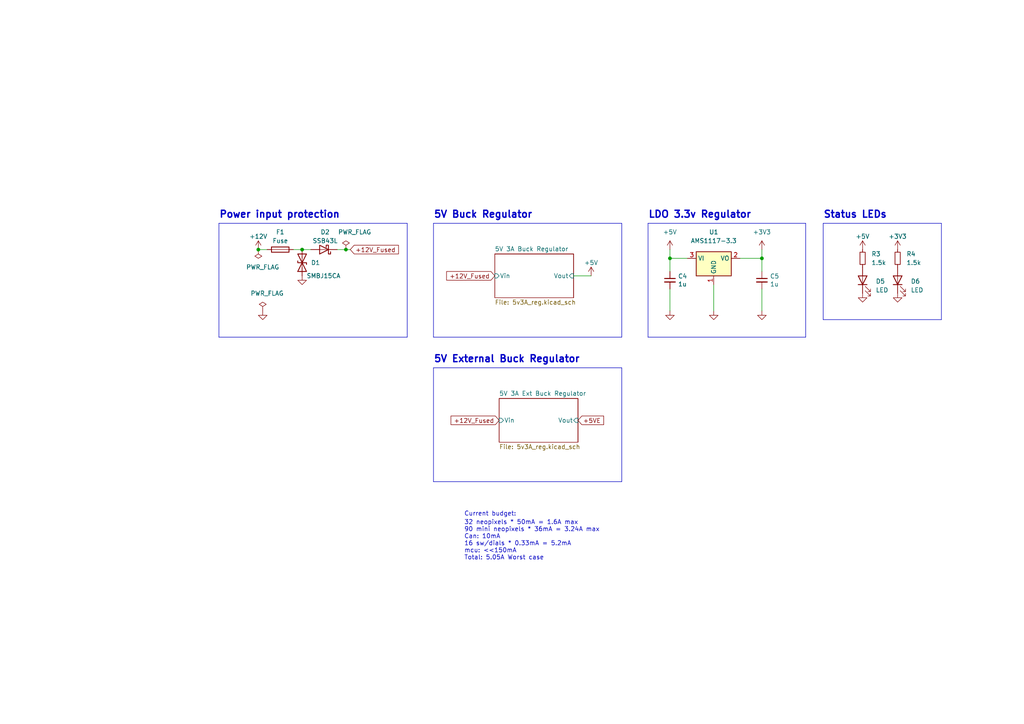
<source format=kicad_sch>
(kicad_sch (version 20230121) (generator eeschema)
  (paper "A4")
  (title_block (title "3.3V AND 5V POWER SUPPLIES"))
  (lib_symbols
    (symbol "Device:C_Small" (pin_numbers hide) (pin_names (offset 0.254) hide)
      (property "Reference" "C" (at 0.254 1.778 0))
      (property "Value" "C_Small" (at 0.254 -2.032 0))
      (symbol "C_Small_0_1"
        (polyline (pts (xy -1.524 -0.508) (xy 1.524 -0.508)) (stroke (width 0.3302)))
        (polyline (pts (xy -1.524 0.508) (xy 1.524 0.508)) (stroke (width 0.3048)))
      )
      (symbol "C_Small_1_1"
        (pin passive line (at 0 2.54 270) (length 2.032) (name "~") (number "1"))
        (pin passive line (at 0 -2.54 90) (length 2.032) (name "~") (number "2"))
      )
    )
    (symbol "Device:D_Schottky" (pin_numbers hide) (pin_names (offset 1.016) hide)
      (property "Reference" "D" (at 0 2.54 0))
      (property "Value" "D_Schottky" (at 0 -2.54 0))
      (symbol "D_Schottky_0_1"
        (polyline (pts (xy 1.27 0) (xy -1.27 0)))
        (polyline (pts (xy 1.27 1.27) (xy 1.27 -1.27) (xy -1.27 0) (xy 1.27 1.27)) (stroke (width 0.254)))
        (polyline (pts (xy -1.905 0.635) (xy -1.905 1.27) (xy -1.27 1.27) (xy -1.27 -1.27) (xy -0.635 -1.27) (xy -0.635 -0.635)) (stroke (width 0.254)))
      )
      (symbol "D_Schottky_1_1"
        (pin passive line (at -3.81 0 0) (length 2.54) (name "K") (number "1"))
        (pin passive line (at 3.81 0 180) (length 2.54) (name "A") (number "2"))
      )
    )
    (symbol "Device:D_TVS" (pin_numbers hide) (pin_names (offset 1.016) hide)
      (property "Reference" "D" (at 0 2.54 0))
      (property "Value" "D_TVS" (at 0 -2.54 0))
      (symbol "D_TVS_0_1"
        (polyline (pts (xy 1.27 0) (xy -1.27 0)))
        (polyline (pts (xy 0.508 1.27) (xy 0 1.27) (xy 0 -1.27) (xy -0.508 -1.27)) (stroke (width 0.254)))
        (polyline (pts (xy -2.54 1.27) (xy -2.54 -1.27) (xy 2.54 1.27) (xy 2.54 -1.27) (xy -2.54 1.27)) (stroke (width 0.254)))
      )
      (symbol "D_TVS_1_1"
        (pin passive line (at -3.81 0 0) (length 2.54) (name "A1") (number "1"))
        (pin passive line (at 3.81 0 180) (length 2.54) (name "A2") (number "2"))
      )
    )
    (symbol "Device:Fuse" (pin_numbers hide) (pin_names (offset 0))
      (property "Reference" "F" (at 2.032 0 90))
      (property "Value" "Fuse" (at -1.905 0 90))
      (symbol "Fuse_0_1"
        (rectangle (start -0.762 -2.54) (end 0.762 2.54) (stroke (width 0.254)))
        (polyline (pts (xy 0 2.54) (xy 0 -2.54)))
      )
      (symbol "Fuse_1_1"
        (pin passive line (at 0 3.81 270) (length 1.27) (name "~") (number "1"))
        (pin passive line (at 0 -3.81 90) (length 1.27) (name "~") (number "2"))
      )
    )
    (symbol "Device:LED" (pin_numbers hide) (pin_names (offset 1.016) hide)
      (property "Reference" "D" (at 0 2.54 0))
      (property "Value" "LED" (at 0 -2.54 0))
      (symbol "LED_0_1"
        (polyline (pts (xy -1.27 -1.27) (xy -1.27 1.27)) (stroke (width 0.254)))
        (polyline (pts (xy -1.27 0) (xy 1.27 0)))
        (polyline (pts (xy 1.27 -1.27) (xy 1.27 1.27) (xy -1.27 0) (xy 1.27 -1.27)) (stroke (width 0.254)))
        (polyline (pts (xy -3.048 -0.762) (xy -4.572 -2.286) (xy -3.81 -2.286) (xy -4.572 -2.286) (xy -4.572 -1.524)))
        (polyline (pts (xy -1.778 -0.762) (xy -3.302 -2.286) (xy -2.54 -2.286) (xy -3.302 -2.286) (xy -3.302 -1.524)))
      )
      (symbol "LED_1_1"
        (pin passive line (at -3.81 0 0) (length 2.54) (name "K") (number "1"))
        (pin passive line (at 3.81 0 180) (length 2.54) (name "A") (number "2"))
      )
    )
    (symbol "Device:R_Small" (pin_numbers hide) (pin_names (offset 0.254) hide)
      (property "Reference" "R" (at 0.762 0.508 0))
      (property "Value" "R_Small" (at 0.762 -1.016 0))
      (symbol "R_Small_0_1"
        (rectangle (start -0.762 1.778) (end 0.762 -1.778) (stroke (width 0.2032)))
      )
      (symbol "R_Small_1_1"
        (pin passive line (at 0 2.54 270) (length 0.762) (name "~") (number "1"))
        (pin passive line (at 0 -2.54 90) (length 0.762) (name "~") (number "2"))
      )
    )
    (symbol "Regulator_Linear:AMS1117-3.3"
      (property "Reference" "U" (at -3.81 3.175 0))
      (property "Value" "AMS1117-3.3" (at 0 3.175 0))
      (symbol "AMS1117-3.3_0_1"
        (rectangle (start -5.08 -5.08) (end 5.08 1.905) (stroke (width 0.254)) (fill (type background)))
      )
      (symbol "AMS1117-3.3_1_1"
        (pin power_in line (at 0 -7.62 90) (length 2.54) (name "GND") (number "1"))
        (pin power_out line (at 7.62 0 180) (length 2.54) (name "VO") (number "2"))
        (pin power_in line (at -7.62 0 0) (length 2.54) (name "VI") (number "3"))
      )
    )
    (symbol "power:+12V" (power) (pin_names (offset 0))
      (property "Value" "+12V" (at 0 3.556 0))
      (symbol "+12V_0_1"
        (polyline (pts (xy -0.762 1.27) (xy 0 2.54)))
        (polyline (pts (xy 0 0) (xy 0 2.54)))
        (polyline (pts (xy 0 2.54) (xy 0.762 1.27)))
      )
      (symbol "+12V_1_1"
        (pin power_in line (at 0 0 90) (length 0) hide (name "+12V") (number "1"))
      )
    )
    (symbol "power:+3V3" (power) (pin_names (offset 0))
      (property "Value" "+3V3" (at 0 3.556 0))
      (symbol "+3V3_0_1"
        (polyline (pts (xy -0.762 1.27) (xy 0 2.54)))
        (polyline (pts (xy 0 0) (xy 0 2.54)))
        (polyline (pts (xy 0 2.54) (xy 0.762 1.27)))
      )
      (symbol "+3V3_1_1"
        (pin power_in line (at 0 0 90) (length 0) hide (name "+3V3") (number "1"))
      )
    )
    (symbol "power:+5V" (power) (pin_names (offset 0))
      (property "Value" "+5V" (at 0 3.556 0))
      (symbol "+5V_0_1"
        (polyline (pts (xy -0.762 1.27) (xy 0 2.54)))
        (polyline (pts (xy 0 0) (xy 0 2.54)))
        (polyline (pts (xy 0 2.54) (xy 0.762 1.27)))
      )
      (symbol "+5V_1_1"
        (pin power_in line (at 0 0 90) (length 0) hide (name "+5V") (number "1"))
      )
    )
    (symbol "power:GND" (power) (pin_names (offset 0))
      (property "Value" "GND" (at 0 -3.81 0))
      (symbol "GND_0_1"
        (polyline (pts (xy 0 0) (xy 0 -1.27) (xy 1.27 -1.27) (xy 0 -2.54) (xy -1.27 -1.27) (xy 0 -1.27)))
      )
      (symbol "GND_1_1"
        (pin power_in line (at 0 0 270) (length 0) hide (name "GND") (number "1"))
      )
    )
    (symbol "power:PWR_FLAG" (power) (pin_numbers hide) (pin_names (offset 0) hide)
      (property "Value" "PWR_FLAG" (at 0 3.81 0))
      (symbol "PWR_FLAG_0_0"
        (pin power_out line (at 0 0 90) (length 0) (name "pwr") (number "1"))
      )
      (symbol "PWR_FLAG_0_1"
        (polyline (pts (xy 0 0) (xy 0 1.27) (xy -1.016 1.905) (xy 0 2.54) (xy 1.016 1.905) (xy 0 1.27)))
      )
    )
  )
  (junction (at 100.33 72.39))
  (junction (at 74.93 72.39))
  (junction (at 220.98 74.93))
  (junction (at 87.63 72.39))
  (junction (at 194.31 74.93))
  (polyline (pts (xy 273.05 92.71) (xy 273.05 64.77)))
  (polyline (pts (xy 238.76 64.77) (xy 238.76 92.71)))
  (polyline (pts (xy 187.96 64.77) (xy 187.96 97.79)))
  (wire (pts (xy 214.63 74.93) (xy 220.98 74.93)))
  (polyline (pts (xy 63.5 97.79) (xy 63.5 64.77)))
  (polyline (pts (xy 187.96 64.77) (xy 233.68 64.77)))
  (polyline (pts (xy 63.5 64.77) (xy 118.11 64.77)))
  (wire (pts (xy 220.98 74.93) (xy 220.98 78.74)))
  (wire (pts (xy 194.31 74.93) (xy 199.39 74.93)))
  (wire (pts (xy 194.31 72.39) (xy 194.31 74.93)))
  (polyline (pts (xy 125.73 139.7) (xy 125.73 106.68)))
  (wire (pts (xy 74.93 72.39) (xy 77.47 72.39)))
  (polyline (pts (xy 118.11 64.77) (xy 118.11 97.79)))
  (polyline (pts (xy 180.34 64.77) (xy 180.34 97.79)))
  (wire (pts (xy 220.98 72.39) (xy 220.98 74.93)))
  (polyline (pts (xy 125.73 97.79) (xy 180.34 97.79)))
  (polyline (pts (xy 233.68 97.79) (xy 233.68 64.77)))
  (wire (pts (xy 194.31 90.17) (xy 194.31 83.82)))
  (polyline (pts (xy 125.73 106.68) (xy 180.34 106.68)))
  (polyline (pts (xy 63.5 97.79) (xy 118.11 97.79)))
  (wire (pts (xy 166.37 80.01) (xy 171.45 80.01)))
  (polyline (pts (xy 125.73 97.79) (xy 125.73 64.77)))
  (polyline (pts (xy 238.76 92.71) (xy 273.05 92.71)))
  (polyline (pts (xy 238.76 64.77) (xy 273.05 64.77)))
  (wire (pts (xy 194.31 74.93) (xy 194.31 78.74)))
  (polyline (pts (xy 125.73 139.7) (xy 180.34 139.7)))
  (wire (pts (xy 85.09 72.39) (xy 87.63 72.39)))
  (wire (pts (xy 220.98 90.17) (xy 220.98 83.82)))
  (polyline (pts (xy 125.73 64.77) (xy 180.34 64.77)))
  (wire (pts (xy 87.63 72.39) (xy 90.17 72.39)))
  (wire (pts (xy 100.33 72.39) (xy 97.79 72.39)))
  (polyline (pts (xy 187.96 97.79) (xy 233.68 97.79)))
  (polyline (pts (xy 180.34 106.68) (xy 180.34 139.7)))
  (wire (pts (xy 101.6 72.39) (xy 100.33 72.39)))
  (wire (pts (xy 207.01 90.17) (xy 207.01 82.55)))
  (text "5V External Buck Regulator" (at 125.73 105.41 0) (effects (font (size 2.0066 2.0066) (thickness 0.4013) bold) (justify left bottom)))
  (text "Power input protection" (at 63.5 63.5 0) (effects (font (size 2.0066 2.0066) (thickness 0.4013) bold) (justify left bottom)))
  (text "5V Buck Regulator" (at 125.73 63.5 0) (effects (font (size 2.0066 2.0066) (thickness 0.4013) bold) (justify left bottom)))
  (text "Current budget:" (at 134.62 149.86 0) (effects (font (size 1.27 1.27)) (justify left bottom)))
  (text "Status LEDs\n" (at 238.76 63.5 0) (effects (font (size 2.0066 2.0066) (thickness 0.4013) bold) (justify left bottom)))
  (text "LDO 3.3v Regulator" (at 187.96 63.5 0) (effects (font (size 2.0066 2.0066) (thickness 0.4013) bold) (justify left bottom)))
  (text "32 neopixels * 50mA = 1.6A max\n90 mini neopixels * 36mA = 3.24A max\nCan: 10mA\n16 sw/dials * 0.33mA = 5.2mA\nmcu: <<150mA\nTotal: 5.05A Worst case" (at 134.62 162.56 0) (effects (font (size 1.27 1.27)) (justify left bottom)))
  (global_label "+12V_Fused" (shape input) (at 143.51 80.01 180) (property "Intersheetrefs" "${INTERSHEET_REFS}" (effects hide)))
  (global_label "+5VE" (shape input) (at 167.64 121.92 0) (property "Intersheetrefs" "${INTERSHEET_REFS}" (effects hide)))
  (global_label "+12V_Fused" (shape input) (at 144.78 121.92 180) (property "Intersheetrefs" "${INTERSHEET_REFS}" (effects hide)))
  (global_label "+12V_Fused" (shape input) (at 101.6 72.39 0) (property "Intersheetrefs" "${INTERSHEET_REFS}" (effects hide)))
  (symbol (lib_id "power:GND") (at 76.2 90.17 0) (unit 1)
    (property "Reference" "#PWR0101" (effects hide))
    (property "Value" "GND" (effects hide))
  )
  (symbol (lib_id "Device:C_Small") (at 194.31 81.28 0) (unit 1)
    (property "Reference" "C4" (at 196.6468 80.1116 0) (effects (justify left)))
    (property "Value" "1u" (at 196.6468 82.423 0) (effects (justify left)))
    (property "Footprint" "Capacitor_SMD:C_0603_1608Metric" (effects hide))
    (property "LCSC" "C15849" (effects hide))
  )
  (symbol (lib_id "power:+5V") (at 171.45 80.01 0) (unit 1)
    (property "Reference" "#PWR05" (effects hide))
    (property "Value" "+5V" (at 171.45 76.2 0))
  )
  (symbol (lib_id "power:GND") (at 250.19 85.09 0) (mirror y) (unit 1)
    (property "Reference" "#PWR016" (effects hide))
    (property "Value" "GND" (effects hide))
  )
  (symbol (lib_id "power:GND") (at 260.35 85.09 0) (mirror y) (unit 1)
    (property "Reference" "#PWR017" (effects hide))
    (property "Value" "GND" (effects hide))
  )
  (symbol (lib_id "power:GND") (at 207.01 90.17 0) (mirror y) (unit 1)
    (property "Reference" "#PWR011" (effects hide))
    (property "Value" "GND" (effects hide))
  )
  (symbol (lib_id "power:+3V3") (at 260.35 72.39 0) (unit 1)
    (property "Reference" "#PWR015" (effects hide))
    (property "Value" "+3V3" (at 260.35 68.58 0))
  )
  (symbol (lib_id "Device:R_Small") (at 250.19 74.93 0) (unit 1)
    (property "Reference" "R3" (at 252.73 73.6599 0) (effects (justify left)))
    (property "Value" "1.5k" (at 252.73 76.1999 0) (effects (justify left)))
    (property "Footprint" "Resistor_SMD:R_0603_1608Metric" (effects hide))
    (property "LCSC" "C4177" (effects hide))
  )
  (symbol (lib_id "power:GND") (at 220.98 90.17 0) (mirror y) (unit 1)
    (property "Reference" "#PWR012" (effects hide))
    (property "Value" "GND" (effects hide))
  )
  (symbol (lib_id "power:+3V3") (at 220.98 72.39 0) (unit 1)
    (property "Reference" "#PWR03" (effects hide))
    (property "Value" "+3V3" (at 220.98 67.31 0))
  )
  (symbol (lib_id "power:+5V") (at 250.19 72.39 0) (unit 1)
    (property "Reference" "#PWR014" (effects hide))
    (property "Value" "+5V" (at 250.19 68.58 0))
  )
  (symbol (lib_id "power:PWR_FLAG") (at 76.2 90.17 0) (unit 1)
    (property "Reference" "#FLG0101" (effects hide))
    (property "Value" "PWR_FLAG" (at 77.47 85.09 0))
  )
  (symbol (lib_id "Device:D_TVS") (at 87.63 76.2 90) (unit 1)
    (property "Reference" "D1" (at 90.17 76.2 90) (effects (justify right)))
    (property "Value" "SMBJ15CA" (at 88.9 80.01 90) (effects (justify right)))
    (property "Footprint" "Diode_SMD:D_SMB" (effects hide))
    (property "LCSC" "C78809" (effects hide))
  )
  (symbol (lib_id "power:+5V") (at 194.31 72.39 0) (unit 1)
    (property "Reference" "#PWR02" (effects hide))
    (property "Value" "+5V" (at 194.31 67.31 0))
  )
  (symbol (lib_id "power:GND") (at 194.31 90.17 0) (mirror y) (unit 1)
    (property "Reference" "#PWR010" (effects hide))
    (property "Value" "GND" (effects hide))
  )
  (symbol (lib_id "power:+12V") (at 74.93 72.39 0) (unit 1)
    (property "Reference" "#PWR0109" (effects hide))
    (property "Value" "+12V" (at 74.93 68.58 0))
  )
  (symbol (lib_id "Device:R_Small") (at 260.35 74.93 0) (unit 1)
    (property "Reference" "R4" (at 262.89 73.6599 0) (effects (justify left)))
    (property "Value" "1.5k" (at 262.89 76.1999 0) (effects (justify left)))
    (property "Footprint" "Resistor_SMD:R_0603_1608Metric" (effects hide))
    (property "LCSC" "C4177" (effects hide))
  )
  (symbol (lib_id "Device:Fuse") (at 81.28 72.39 90) (unit 1)
    (property "Reference" "F1" (at 81.28 67.31 90))
    (property "Value" "Fuse" (at 81.28 69.85 90))
    (property "Footprint" "Fuse:Fuse_0603_1608Metric" (effects hide))
    (property "LCSC" "C122965" (effects hide))
  )
  (symbol (lib_id "Device:D_Schottky") (at 93.98 72.39 180) (unit 1)
    (property "Reference" "D2" (at 94.2975 67.31 0))
    (property "Value" "SSB43L" (at 94.2975 69.85 0))
    (property "Footprint" "Diode_SMD:D_SMB" (effects hide))
    (property "LCSC" "C222519" (effects hide))
  )
  (symbol (lib_id "Regulator_Linear:AMS1117-3.3") (at 207.01 74.93 0) (unit 1)
    (property "Reference" "U1" (at 207.01 67.31 0))
    (property "Value" "AMS1117-3.3" (at 207.01 69.85 0))
    (property "Footprint" "Package_TO_SOT_SMD:SOT-223-3_TabPin2" (effects hide))
    (property "Datasheet" "http://www.advanced-monolithic.com/pdf/ds1117.pdf" (effects hide))
    (property "LCSC" "C6186" (effects hide))
  )
  (symbol (lib_id "Device:LED") (at 250.19 81.28 90) (unit 1)
    (property "Reference" "D5" (at 254 81.5974 90) (effects (justify right)))
    (property "Value" "LED" (at 254 84.1374 90) (effects (justify right)))
    (property "Footprint" "LED_SMD:LED_0603_1608Metric" (effects hide))
    (property "LCSC" "C72043" (effects hide))
  )
  (symbol (lib_id "power:GND") (at 87.63 80.01 0) (unit 1)
    (property "Reference" "#PWR0105" (effects hide))
    (property "Value" "GND" (effects hide))
  )
  (symbol (lib_id "power:PWR_FLAG") (at 74.93 72.39 0) (mirror x) (unit 1)
    (property "Reference" "#FLG0102" (effects hide))
    (property "Value" "PWR_FLAG" (at 76.2 77.47 0))
  )
  (symbol (lib_id "power:PWR_FLAG") (at 100.33 72.39 0) (unit 1)
    (property "Reference" "#FLG02" (effects hide))
    (property "Value" "PWR_FLAG" (at 102.87 67.31 0))
  )
  (symbol (lib_id "Device:LED") (at 260.35 81.28 90) (unit 1)
    (property "Reference" "D6" (at 264.16 81.5974 90) (effects (justify right)))
    (property "Value" "LED" (at 264.16 84.1374 90) (effects (justify right)))
    (property "Footprint" "LED_SMD:LED_0603_1608Metric" (effects hide))
    (property "LCSC" "C72043" (effects hide))
  )
  (symbol (lib_id "Device:C_Small") (at 220.98 81.28 0) (unit 1)
    (property "Reference" "C5" (at 223.3168 80.1116 0) (effects (justify left)))
    (property "Value" "1u" (at 223.3168 82.423 0) (effects (justify left)))
    (property "Footprint" "Capacitor_SMD:C_0603_1608Metric" (effects hide))
    (property "LCSC" "C15849" (effects hide))
  )
  (sheet (at 144.78 115.57) (size 22.86 12.7) (stroke (width 0.1524))
    (property "Sheetname" "5V 3A Ext Buck Regulator" (at 144.78 114.8584 0) (effects (justify left bottom)))
    (property "Sheetfile" "5v3A_reg.kicad_sch" (at 144.78 128.8546 0) (effects (justify left top)))
    (pin "Vin" input (at 144.78 121.92 180))
    (pin "Vout" input (at 167.64 121.92 0))
  )
  (sheet (at 143.51 73.66) (size 22.86 12.7) (stroke (width 0.1524))
    (property "Sheetname" "5V 3A Buck Regulator" (at 143.51 72.9484 0) (effects (justify left bottom)))
    (property "Sheetfile" "5v3A_reg.kicad_sch" (at 143.51 86.9446 0) (effects (justify left top)))
    (pin "Vin" input (at 143.51 80.01 180))
    (pin "Vout" input (at 166.37 80.01 0))
  )
)
</source>
